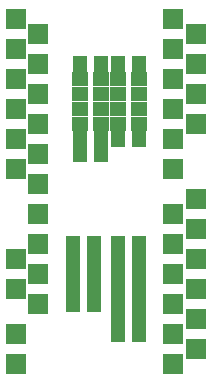
<source format=gbr>
G04 DesignSpark PCB Gerber Version 9.0 Build 5115 *
G04 #@! TF.Part,Single*
G04 #@! TF.FileFunction,Soldermask,Bot *
G04 #@! TF.FilePolarity,Negative *
%FSLAX35Y35*%
%MOIN*%
G04 #@! TA.AperFunction,SMDPad,CuDef*
%ADD21R,0.04940X0.05330*%
G04 #@! TA.AperFunction,ComponentPad*
%ADD16R,0.07000X0.07000*%
G04 #@! TA.AperFunction,SMDPad,CuDef*
%ADD22R,0.05291X0.04937*%
X0Y0D02*
D02*
D16*
X20250Y19996D03*
Y29996D03*
Y44996D03*
Y54996D03*
Y84996D03*
Y94996D03*
Y104996D03*
Y114996D03*
Y124996D03*
Y134996D03*
X27750Y39996D03*
Y49996D03*
Y59996D03*
Y69996D03*
Y79996D03*
Y89996D03*
Y99996D03*
Y109996D03*
Y119996D03*
Y129996D03*
X72750Y19996D03*
Y29996D03*
Y39996D03*
Y49996D03*
Y59996D03*
Y69996D03*
Y84996D03*
Y94996D03*
Y104996D03*
Y114996D03*
Y124996D03*
Y134996D03*
X80250Y24996D03*
Y34996D03*
Y44996D03*
Y54996D03*
Y64996D03*
Y74996D03*
Y99996D03*
Y109996D03*
Y119996D03*
Y129996D03*
D02*
D21*
X39250Y39996D03*
Y44996D03*
Y49996D03*
Y54996D03*
Y59996D03*
X41750Y89996D03*
Y94996D03*
Y119996D03*
X46250Y39996D03*
Y44996D03*
Y49996D03*
Y54996D03*
Y59996D03*
X48750Y89996D03*
Y94996D03*
Y119996D03*
X54250Y29996D03*
Y34996D03*
Y39996D03*
Y44996D03*
Y49996D03*
Y54996D03*
Y59996D03*
Y94996D03*
Y119996D03*
X61250Y29996D03*
Y34996D03*
Y39996D03*
Y44996D03*
Y49996D03*
Y54996D03*
Y59996D03*
Y94996D03*
Y119996D03*
D02*
D22*
X41750Y99996D03*
Y104996D03*
Y109996D03*
Y114996D03*
X48750Y99996D03*
Y104996D03*
Y109996D03*
Y114996D03*
X54250Y99996D03*
Y104996D03*
Y109996D03*
Y114996D03*
X61250Y99996D03*
Y104996D03*
Y109996D03*
Y114996D03*
X0Y0D02*
M02*

</source>
